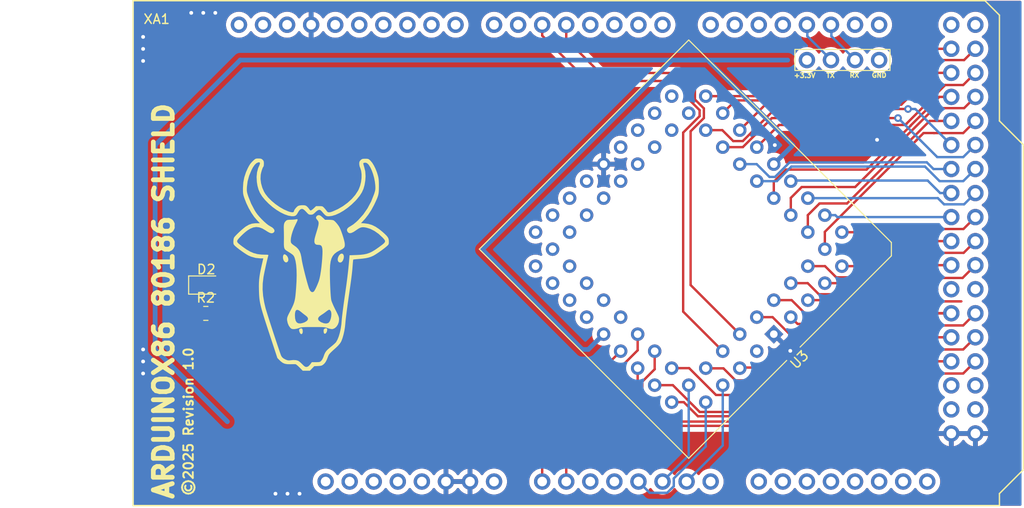
<source format=kicad_pcb>
(kicad_pcb (version 20241229) (generator "pcbnew") (generator_version "9.0")
  (title_block (title "Arduino8088") (date "2024-05-07") (rev "1.1"))
  (layers (0 "F.Cu" signal) (2 "B.Cu" signal) (13 "F.Paste" user) (15 "B.Paste" user) (5 "F.SilkS" user "F.Silkscreen") (7 "B.SilkS" user "B.Silkscreen") (1 "F.Mask" user) (3 "B.Mask" user) (25 "Edge.Cuts" user))
  (net 0 "")
  (net 13 "Net-(D2-A)")
  (net 14 "/~{BHE}")
  (net 19 "GND")
  (net 20 "+5V")
  (net 21 "/A14")
  (net 22 "/A13")
  (net 23 "/A12")
  (net 24 "/A11")
  (net 25 "/A10")
  (net 26 "/A9")
  (net 27 "/A8")
  (net 28 "/AD7")
  (net 29 "/AD6")
  (net 30 "/AD5")
  (net 31 "/AD4")
  (net 32 "/AD3")
  (net 33 "/AD2")
  (net 34 "/AD1")
  (net 35 "/AD0")
  (net 36 "/~{TEST}")
  (net 37 "/INTR")
  (net 38 "/CLK")
  (net 39 "/~{LOCK}")
  (net 40 "/~{RD}")
  (net 41 "/A19")
  (net 42 "/A18")
  (net 43 "/A17")
  (net 44 "/A16")
  (net 45 "/A15")
  (net 46 "/NMI")
  (net 47 "/~{RQ}{slash}~{GT1}")
  (net 48 "/ser0")
  (net 49 "/ser1")
  (net 50 "+3.3V")
  (net 56 "unconnected-(U3-HLDA-Pad51)")
  (net 81 "/~{S0}")
  (net 82 "/~{S1}")
  (net 83 "/~{S2}")
  (net 87 "QS0")
  (net 88 "~{RD}\\~{QSMD}")
  (net 89 "~{DEN}")
  (net 90 "DT{slash}~{R}")
  (net 91 "~{BHE}{slash}S7")
  (net 92 "RESET")
  (net 93 "QS1")
  (net 95 "READY")
  (net 100 "CLKOUT")
  (net 101 "AREADY")
  (net 102 "X2")
  (net 103 "SREADY")
  (net 104 "HOLD")
  (footprint "LED_SMD:LED_0805_2012Metric_Pad1.15x1.40mm_HandSolder" (layer "F.Cu") (at 104.455 93.525)
    (property "Reference" "D2" (at 0 -1.65 0) (layer "F.SilkS"))
    (property "Value" "LED")
    (pad "1" smd roundrect (at -1.025 0) (size 1.15 1.4) (layers "F.Cu" "F.Mask" "F.Paste") (roundrect_rratio 0.217391) (net 19 "GND"))
    (pad "2" smd roundrect (at 1.025 0) (size 1.15 1.4) (layers "F.Cu" "F.Mask" "F.Paste") (roundrect_rratio 0.217391) (net 13 "Net-(D2-A)"))
  )
  (footprint "plcc:PLCC-68_286-THT-Socket" (layer "F.Cu") (at 164.356051 98.714461 -135)
    (property "Reference" "U3" (at 0 -3.824999 45) (layer "F.SilkS"))
    (property "Value" "80186")
    (pad "1" thru_hole circle (at -12.7 2.54 225) (size 1.4224 1.4224) (drill 0.8) (layers "*.Cu" "*.Mask") (net 45 "/A15"))
    (pad "2" thru_hole circle (at -10.16 2.54 225) (size 1.4224 1.4224) (drill 0.8) (layers "*.Cu" "*.Mask") (net 28 "/AD7"))
    (pad "3" thru_hole circle (at -12.700001 5.08 225) (size 1.4224 1.4224) (drill 0.8) (layers "*.Cu" "*.Mask") (net 21 "/A14"))
    (pad "4" thru_hole circle (at -10.159999 5.08 225) (size 1.4224 1.4224) (drill 0.8) (layers "*.Cu" "*.Mask") (net 29 "/AD6"))
    (pad "5" thru_hole circle (at -12.7 7.62 225) (size 1.4224 1.4224) (drill 0.8) (layers "*.Cu" "*.Mask") (net 22 "/A13"))
    (pad "6" thru_hole circle (at -10.16 7.62 225) (size 1.4224 1.4224) (drill 0.8) (layers "*.Cu" "*.Mask") (net 30 "/AD5"))
    (pad "7" thru_hole circle (at -12.7 10.16 225) (size 1.4224 1.4224) (drill 0.8) (layers "*.Cu" "*.Mask") (net 23 "/A12"))
    (pad "8" thru_hole circle (at -10.16 10.16 225) (size 1.4224 1.4224) (drill 0.8) (layers "*.Cu" "*.Mask") (net 31 "/AD4"))
    (pad "9" thru_hole circle (at -12.7 12.7 225) (size 1.4224 1.4224) (drill 0.8) (layers "*.Cu" "*.Mask") (net 50 "+3.3V"))
    (pad "10" thru_hole circle (at -10.16 12.7 225) (size 1.4224 1.4224) (drill 0.8) (layers "*.Cu" "*.Mask") (net 24 "/A11"))
    (pad "11" thru_hole circle (at -12.7 15.24 225) (size 1.4224 1.4224) (drill 0.8) (layers "*.Cu" "*.Mask") (net 32 "/AD3"))
    (pad "12" thru_hole circle (at -10.16 15.24 225) (size 1.4224 1.4224) (drill 0.8) (layers "*.Cu" "*.Mask") (net 25 "/A10"))
    (pad "13" thru_hole circle (at -12.700001 17.78 225) (size 1.4224 1.4224) (drill 0.8) (layers "*.Cu" "*.Mask") (net 33 "/AD2"))
    (pad "14" thru_hole circle (at -10.159999 17.78 225) (size 1.4224 1.4224) (drill 0.8) (layers "*.Cu" "*.Mask") (net 26 "/A9"))
    (pad "15" thru_hole circle (at -12.7 20.32 225) (size 1.4224 1.4224) (drill 0.8) (layers "*.Cu" "*.Mask") (net 34 "/AD1"))
    (pad "16" thru_hole circle (at -10.16 20.32 225) (size 1.4224 1.4224) (drill 0.8) (layers "*.Cu" "*.Mask") (net 27 "/A8"))
    (pad "17" thru_hole circle (at -12.7 22.86 225) (size 1.4224 1.4224) (drill 0.8) (layers "*.Cu" "*.Mask") (net 35 "/AD0"))
    (pad "18" thru_hole circle (at -10.16 25.4 225) (size 1.4224 1.4224) (drill 0.8) (layers "*.Cu" "*.Mask"))
    (pad "19" thru_hole circle (at -10.16 22.86 225) (size 1.4224 1.4224) (drill 0.8) (layers "*.Cu" "*.Mask"))
    (pad "20" thru_hole circle (at -7.62 25.4 225) (size 1.4224 1.4224) (drill 0.8) (layers "*.Cu" "*.Mask"))
    (pad "21" thru_hole circle (at -7.62 22.86 225) (size 1.4224 1.4224) (drill 0.8) (layers "*.Cu" "*.Mask"))
    (pad "22" thru_hole circle (at -5.08 25.4 225) (size 1.4224 1.4224) (drill 0.8) (layers "*.Cu" "*.Mask"))
    (pad "23" thru_hole circle (at -5.079999 22.86 225) (size 1.4224 1.4224) (drill 0.8) (layers "*.Cu" "*.Mask"))
    (pad "24" thru_hole circle (at -2.54 25.4 225) (size 1.4224 1.4224) (drill 0.8) (layers "*.Cu" "*.Mask"))
    (pad "25" thru_hole circle (at -2.54 22.86 225) (size 1.4224 1.4224) (drill 0.8) (layers "*.Cu" "*.Mask"))
    (pad "26" thru_hole circle (at 0 25.4 225) (size 1.4224 1.4224) (drill 0.8) (layers "*.Cu" "*.Mask") (net 19 "GND"))
    (pad "27" thru_hole circle (at 0 22.86 225) (size 1.4224 1.4224) (drill 0.8) (layers "*.Cu" "*.Mask"))
    (pad "28" thru_hole circle (at 2.54 25.4 225) (size 1.4224 1.4224) (drill 0.8) (layers "*.Cu" "*.Mask"))
    (pad "29" thru_hole circle (at 2.54 22.86 225) (size 1.4224 1.4224) (drill 0.8) (layers "*.Cu" "*.Mask"))
    (pad "30" thru_hole circle (at 5.08 25.4 225) (size 1.4224 1.4224) (drill 0.8) (layers "*.Cu" "*.Mask"))
    (pad "31" thru_hole circle (at 5.079999 22.86 225) (size 1.4224 1.4224) (drill 0.8) (layers "*.Cu" "*.Mask"))
    (pad "32" thru_hole circle (at 7.62 25.4 225) (size 1.4224 1.4224) (drill 0.8) (layers "*.Cu" "*.Mask"))
    (pad "33" thru_hole circle (at 7.62 22.86 225) (size 1.4224 1.4224) (drill 0.8) (layers "*.Cu" "*.Mask"))
    (pad "34" thru_hole circle (at 10.16 25.4 225) (size 1.4224 1.4224) (drill 0.8) (layers "*.Cu" "*.Mask"))
    (pad "35" thru_hole circle (at 12.7 22.86 225) (size 1.4224 1.4224) (drill 0.8) (layers "*.Cu" "*.Mask"))
    (pad "36" thru_hole circle (at 10.16 22.86 225) (size 1.4224 1.4224) (drill 0.8) (layers "*.Cu" "*.Mask"))
    (pad "37" thru_hole circle (at 12.7 20.32 225) (size 1.4224 1.4224) (drill 0.8) (layers "*.Cu" "*.Mask"))
    (pad "38" thru_hole circle (at 10.16 20.32 225) (size 1.4224 1.4224) (drill 0.8) (layers "*.Cu" "*.Mask"))
    (pad "39" thru_hole circle (at 12.700001 17.78 225) (size 1.4224 1.4224) (drill 0.8) (layers "*.Cu" "*.Mask") (net 89 "~{DEN}"))
    (pad "40" thru_hole circle (at 10.159999 17.78 225) (size 1.4224 1.4224) (drill 0.8) (layers "*.Cu" "*.Mask") (net 90 "DT{slash}~{R}"))
    (pad "41" thru_hole circle (at 12.7 15.24 225) (size 1.4224 1.4224) (drill 0.8) (layers "*.Cu" "*.Mask"))
    (pad "42" thru_hole circle (at 10.16 15.24 225) (size 1.4224 1.4224) (drill 0.8) (layers "*.Cu" "*.Mask"))
    (pad "43" thru_hole circle (at 12.7 12.7 225) (size 1.4224 1.4224) (drill 0.8) (layers "*.Cu" "*.Mask") (net 50 "+3.3V"))
    (pad "44" thru_hole circle (at 10.16 12.7 225) (size 1.4224 1.4224) (drill 0.8) (layers "*.Cu" "*.Mask"))
    (pad "45" thru_hole circle (at 12.7 10.16 225) (size 1.4224 1.4224) (drill 0.8) (layers "*.Cu" "*.Mask") (net 37 "/INTR"))
    (pad "46" thru_hole circle (at 10.16 10.16 225) (size 1.4224 1.4224) (drill 0.8) (layers "*.Cu" "*.Mask") (net 46 "/NMI"))
    (pad "47" thru_hole circle (at 12.7 7.62 225) (size 1.4224 1.4224) (drill 0.8) (layers "*.Cu" "*.Mask") (net 36 "/~{TEST}"))
    (pad "48" thru_hole circle (at 10.16 7.62 225) (size 1.4224 1.4224) (drill 0.8) (layers "*.Cu" "*.Mask") (net 39 "/~{LOCK}"))
    (pad "49" thru_hole circle (at 12.700001 5.08 225) (size 1.4224 1.4224) (drill 0.8) (layers "*.Cu" "*.Mask") (net 103 "SREADY"))
    (pad "50" thru_hole circle (at 10.159999 5.08 225) (size 1.4224 1.4224) (drill 0.8) (layers "*.Cu" "*.Mask") (net 104 "HOLD"))
    (pad "51" thru_hole circle (at 12.7 2.54 225) (size 1.4224 1.4224) (drill 0.8) (layers "*.Cu" "*.Mask") (net 56 "unconnected-(U3-HLDA-Pad51)"))
    (pad "52" thru_hole circle (at 10.16 0 225) (size 1.4224 1.4224) (drill 0.8) (layers "*.Cu" "*.Mask") (net 81 "/~{S0}"))
    (pad "53" thru_hole circle (at 10.16 2.54 225) (size 1.4224 1.4224) (drill 0.8) (layers "*.Cu" "*.Mask") (net 82 "/~{S1}"))
    (pad "54" thru_hole circle (at 7.62 0 225) (size 1.4224 1.4224) (drill 0.8) (layers "*.Cu" "*.Mask") (net 83 "/~{S2}"))
    (pad "55" thru_hole circle (at 7.62 2.54 225) (size 1.4224 1.4224) (drill 0.8) (layers "*.Cu" "*.Mask") (net 101 "AREADY"))
    (pad "56" thru_hole circle (at 5.079999 0 225) (size 1.4224 1.4224) (drill 0.8) (layers "*.Cu" "*.Mask") (net 100 "CLKOUT"))
    (pad "57" thru_hole circle (at 5.08 2.54 225) (size 1.4224 1.4224) (drill 0.8) (layers "*.Cu" "*.Mask") (net 92 "RESET"))
    (pad "58" thru_hole circle (at 2.54 0 225) (size 1.4224 1.4224) (drill 0.8) (layers "*.Cu" "*.Mask") (net 102 "X2"))
    (pad "59" thru_hole circle (at 2.54 2.54 225) (size 1.4224 1.4224) (drill 0.8) (layers "*.Cu" "*.Mask") (net 38 "/CLK"))
    (pad "60" thru_hole rect (at 0 0 225) (size 1.4224 1.4224) (drill 0.8) (layers "*.Cu" "*.Mask") (net 19 "GND"))
    (pad "61" thru_hole circle (at 0 2.54 225) (size 1.4224 1.4224) (drill 0.8) (layers "*.Cu" "*.Mask") (net 87 "QS0"))
    (pad "62" thru_hole circle (at -2.54 0 225) (size 1.4224 1.4224) (drill 0.8) (layers "*.Cu" "*.Mask") (net 88 "~{RD}\\~{QSMD}"))
    (pad "63" thru_hole circle (at -2.54 2.54 225) (size 1.4224 1.4224) (drill 0.8) (layers "*.Cu" "*.Mask") (net 93 "QS1"))
    (pad "64" thru_hole circle (at -5.079999 0 225) (size 1.4224 1.4224) (drill 0.8) (layers "*.Cu" "*.Mask") (net 91 "~{BHE}{slash}S7"))
    (pad "65" thru_hole circle (at -5.08 2.54 225) (size 1.4224 1.4224) (drill 0.8) (layers "*.Cu" "*.Mask") (net 41 "/A19"))
    (pad "66" thru_hole circle (at -7.62 0 225) (size 1.4224 1.4224) (drill 0.8) (layers "*.Cu" "*.Mask") (net 42 "/A18"))
    (pad "67" thru_hole circle (at -7.62 2.54 225) (size 1.4224 1.4224) (drill 0.8) (layers "*.Cu" "*.Mask") (net 43 "/A17"))
    (pad "68" thru_hole circle (at -10.16 0 225) (size 1.4224 1.4224) (drill 0.8) (layers "*.Cu" "*.Mask") (net 44 "/A16"))
  )
  (footprint "Resistor_SMD:R_0805_2012Metric_Pad1.20x1.40mm_HandSolder" (layer "F.Cu") (at 104.41 96.52)
    (property "Reference" "R2" (at 0 -1.65 0) (layer "F.SilkS"))
    (property "Value" "750Ω")
    (pad "1" smd roundrect (at -1 0) (size 1.2 1.4) (layers "F.Cu" "F.Mask" "F.Paste") (roundrect_rratio 0.208333) (net 50 "+3.3V"))
    (pad "2" smd roundrect (at 1 0) (size 1.2 1.4) (layers "F.Cu" "F.Mask" "F.Paste") (roundrect_rratio 0.208333) (net 13 "Net-(D2-A)"))
  )
  (footprint "cow:cow" (layer "F.Cu") (at 115.57 91.44)
    (property "Reference" "G***" (hide yes))
    (property "Value" "LOGO" (hide yes))
  )
  (footprint "Arduino_Library:Arduino_Mega2560_Shield" (layer "F.Cu") (at 89.110872 116.825641)
    (property "Reference" "XA1" (at 10.115002 -51.394226 0) (layer "F.SilkS"))
    (property "Value" "Arduino_Mega2560_Shield" (hide yes))
    (fp_text user "RX" (at 83.751248 -45.467912 0) (layer "F.SilkS") (effects (font (size 0.5 0.5) (thickness 0.125))))
    (fp_text user "TX" (at 81.230376 -45.444995 0) (layer "F.SilkS") (effects (font (size 0.5 0.5) (thickness 0.125))))
    (fp_text user "+3.3V" (at 78.503251 -45.444995 0) (layer "F.SilkS") (effects (font (size 0.5 0.5) (thickness 0.125))))
    (fp_text user "GND" (at 86.363789 -45.467912 0) (layer "F.SilkS") (effects (font (size 0.5 0.5) (thickness 0.125))))
    (pad "" thru_hole oval (at 27.94 -2.54) (size 1.7272 1.7272) (drill 1.016) (layers "*.Cu" "*.Mask"))
    (pad "3V3" thru_hole oval (at 35.56 -2.54) (size 1.7272 1.7272) (drill 1.016) (layers "*.Cu" "*.Mask") (net 50 "+3.3V"))
    (pad "5V1" thru_hole oval (at 38.1 -2.54) (size 1.7272 1.7272) (drill 1.016) (layers "*.Cu" "*.Mask"))
    (pad "5V3" thru_hole oval (at 93.98 -50.8) (size 1.7272 1.7272) (drill 1.016) (layers "*.Cu" "*.Mask") (net 20 "+5V"))
    (pad "5V4" thru_hole oval (at 96.52 -50.8) (size 1.7272 1.7272) (drill 1.016) (layers "*.Cu" "*.Mask") (net 20 "+5V"))
    (pad "A0" thru_hole oval (at 50.8 -2.54) (size 1.7272 1.7272) (drill 1.016) (layers "*.Cu" "*.Mask") (net 37 "/INTR"))
    (pad "A1" thru_hole oval (at 53.34 -2.54) (size 1.7272 1.7272) (drill 1.016) (layers "*.Cu" "*.Mask") (net 46 "/NMI"))
    (pad "A2" thru_hole oval (at 55.88 -2.54) (size 1.7272 1.7272) (drill 1.016) (layers "*.Cu" "*.Mask"))
    (pad "A3" thru_hole oval (at 58.42 -2.54) (size 1.7272 1.7272) (drill 1.016) (layers "*.Cu" "*.Mask"))
    (pad "A4" thru_hole oval (at 60.96 -2.54) (size 1.7272 1.7272) (drill 1.016) (layers "*.Cu" "*.Mask") (net 81 "/~{S0}"))
    (pad "A5" thru_hole oval (at 63.5 -2.54) (size 1.7272 1.7272) (drill 1.016) (layers "*.Cu" "*.Mask") (net 82 "/~{S1}"))
    (pad "A6" thru_hole oval (at 66.04 -2.54) (size 1.7272 1.7272) (drill 1.016) (layers "*.Cu" "*.Mask") (net 83 "/~{S2}"))
    (pad "A7" thru_hole oval (at 68.58 -2.54) (size 1.7272 1.7272) (drill 1.016) (layers "*.Cu" "*.Mask"))
    (pad "A8" thru_hole oval (at 73.66 -2.54) (size 1.7272 1.7272) (drill 1.016) (layers "*.Cu" "*.Mask"))
    (pad "A9" thru_hole oval (at 76.2 -2.54) (size 1.7272 1.7272) (drill 1.016) (layers "*.Cu" "*.Mask"))
    (pad "A10" thru_hole oval (at 78.74 -2.54) (size 1.7272 1.7272) (drill 1.016) (layers "*.Cu" "*.Mask"))
    (pad "A11" thru_hole oval (at 81.28 -2.54) (size 1.7272 1.7272) (drill 1.016) (layers "*.Cu" "*.Mask"))
    (pad "A12" thru_hole oval (at 83.82 -2.54) (size 1.7272 1.7272) (drill 1.016) (layers "*.Cu" "*.Mask"))
    (pad "A13" thru_hole oval (at 86.36 -2.54) (size 1.7272 1.7272) (drill 1.016) (layers "*.Cu" "*.Mask"))
    (pad "A14" thru_hole oval (at 88.9 -2.54) (size 1.7272 1.7272) (drill 1.016) (layers "*.Cu" "*.Mask"))
    (pad "A15" thru_hole oval (at 91.44 -2.54) (size 1.7272 1.7272) (drill 1.016) (layers "*.Cu" "*.Mask"))
    (pad "AREF" thru_hole oval (at 23.876 -50.8) (size 1.7272 1.7272) (drill 1.016) (layers "*.Cu" "*.Mask"))
    (pad "D0" thru_hole oval (at 63.5 -50.8) (size 1.7272 1.7272) (drill 1.016) (layers "*.Cu" "*.Mask"))
    (pad "D1" thru_hole oval (at 60.96 -50.8) (size 1.7272 1.7272) (drill 1.016) (layers "*.Cu" "*.Mask"))
    (pad "D2" thru_hole oval (at 58.42 -50.8) (size 1.7272 1.7272) (drill 1.016) (layers "*.Cu" "*.Mask"))
    (pad "D3" thru_hole oval (at 55.88 -50.8) (size 1.7272 1.7272) (drill 1.016) (layers "*.Cu" "*.Mask") (net 47 "/~{RQ}{slash}~{GT1}"))
    (pad "D4" thru_hole oval (at 53.34 -50.8) (size 1.7272 1.7272) (drill 1.016) (layers "*.Cu" "*.Mask") (net 38 "/CLK"))
    (pad "D5" thru_hole oval (at 50.8 -50.8) (size 1.7272 1.7272) (drill 1.016) (layers "*.Cu" "*.Mask") (net 92 "RESET"))
    (pad "D6" thru_hole oval (at 48.26 -50.8) (size 1.7272 1.7272) (drill 1.016) (layers "*.Cu" "*.Mask") (net 95 "READY"))
    (pad "D7" thru_hole oval (at 45.72 -50.8) (size 1.7272 1.7272) (drill 1.016) (layers "*.Cu" "*.Mask") (net 36 "/~{TEST}"))
    (pad "D8" thru_hole oval (at 41.656 -50.8) (size 1.7272 1.7272) (drill 1.016) (layers "*.Cu" "*.Mask") (net 87 "QS0"))
    (pad "D9" thru_hole oval (at 39.116 -50.8) (size 1.7272 1.7272) (drill 1.016) (layers "*.Cu" "*.Mask") (net 93 "QS1"))
    (pad "D10" thru_hole oval (at 36.576 -50.8) (size 1.7272 1.7272) (drill 1.016) (layers "*.Cu" "*.Mask") (net 39 "/~{LOCK}"))
    (pad "D11" thru_hole oval (at 34.036 -50.8) (size 1.7272 1.7272) (drill 1.016) (layers "*.Cu" "*.Mask") (net 40 "/~{RD}"))
    (pad "D12" thru_hole oval (at 31.496 -50.8) (size 1.7272 1.7272) (drill 1.016) (layers "*.Cu" "*.Mask") (net 37 "/INTR"))
    (pad "D13" thru_hole oval (at 28.956 -50.8) (size 1.7272 1.7272) (drill 1.016) (layers "*.Cu" "*.Mask") (net 46 "/NMI"))
    (pad "D14" thru_hole oval (at 68.58 -50.8) (size 1.7272 1.7272) (drill 1.016) (layers "*.Cu" "*.Mask"))
    (pad "D15" thru_hole oval (at 71.12 -50.8) (size 1.7272 1.7272) (drill 1.016) (layers "*.Cu" "*.Mask"))
    (pad "D16" thru_hole oval (at 73.66 -50.8) (size 1.7272 1.7272) (drill 1.016) (layers "*.Cu" "*.Mask"))
    (pad "D17" thru_hole oval (at 76.2 -50.8) (size 1.7272 1.7272) (drill 1.016) (layers "*.Cu" "*.Mask") (net 14 "/~{BHE}"))
    (pad "D18" thru_hole oval (at 78.74 -50.8) (size 1.7272 1.7272) (drill 1.016) (layers "*.Cu" "*.Mask") (net 48 "/ser0"))
    (pad "D19" thru_hole oval (at 81.28 -50.8) (size 1.7272 1.7272) (drill 1.016) (layers "*.Cu" "*.Mask") (net 49 "/ser1"))
    (pad "D20" thru_hole oval (at 83.82 -50.8) (size 1.7272 1.7272) (drill 1.016) (layers "*.Cu" "*.Mask"))
    (pad "D21" thru_hole oval (at 86.36 -50.8) (size 1.7272 1.7272) (drill 1.016) (layers "*.Cu" "*.Mask"))
    (pad "D22" thru_hole oval (at 93.98 -48.26) (size 1.7272 1.7272) (drill 1.016) (layers "*.Cu" "*.Mask") (net 35 "/AD0"))
    (pad "D23" thru_hole oval (at 96.52 -48.26) (size 1.7272 1.7272) (drill 1.016) (layers "*.Cu" "*.Mask") (net 34 "/AD1"))
    (pad "D24" thru_hole oval (at 93.98 -45.72) (size 1.7272 1.7272) (drill 1.016) (layers "*.Cu" "*.Mask") (net 33 "/AD2"))
    (pad "D25" thru_hole oval (at 96.52 -45.72) (size 1.7272 1.7272) (drill 1.016) (layers "*.Cu" "*.Mask") (net 32 "/AD3"))
    (pad "D26" thru_hole oval (at 93.98 -43.18) (size 1.7272 1.7272) (drill 1.016) (layers "*.Cu" "*.Mask") (net 31 "/AD4"))
    (pad "D27" thru_hole oval (at 96.52 -43.18) (size 1.7272 1.7272) (drill 1.016) (layers "*.Cu" "*.Mask") (net 30 "/AD5"))
    (pad "D28" thru_hole oval (at 93.98 -40.64) (size 1.7272 1.7272) (drill 1.016) (layers "*.Cu" "*.Mask") (net 29 "/AD6"))
    (pad "D29" thru_hole oval (at 96.52 -40.64) (size 1.7272 1.7272) (drill 1.016) (layers "*.Cu" "*.Mask") (net 28 "/AD7"))
    (pad "D30" thru_hole oval (at 93.98 -38.1) (size 1.7272 1.7272) (drill 1.016) (layers "*.Cu" "*.Mask") (net 27 "/A8"))
    (pad "D31" thru_hole oval (at 96.52 -38.1) (size 1.7272 1.7272) (drill 1.016) (layers "*.Cu" "*.Mask") (net 26 "/A9"))
    (pad "D32" thru_hole oval (at 93.98 -35.56) (size 1.7272 1.7272) (drill 1.016) (layers "*.Cu" "*.Mask") (net 25 "/A10"))
    (pad "D33" thru_hole oval (at 96.52 -35.56) (size 1.7272 1.7272) (drill 1.016) (layers "*.Cu" "*.Mask") (net 24 "/A11"))
    (pad "D34" thru_hole oval (at 93.98 -33.02) (size 1.7272 1.7272) (drill 1.016) (layers "*.Cu" "*.Mask") (net 23 "/A12"))
    (pad "D35" thru_hole oval (at 96.52 -33.02) (size 1.7272 1.7272) (drill 1.016) (layers "*.Cu" "*.Mask") (net 22 "/A13"))
    (pad "D36" thru_hole oval (at 93.98 -30.48) (size 1.7272 1.7272) (drill 1.016) (layers "*.Cu" "*.Mask") (net 21 "/A14"))
    (pad "D37" thru_hole oval (at 96.52 -30.48) (size 1.7272 1.7272) (drill 1.016) (layers "*.Cu" "*.Mask") (net 45 "/A15"))
    (pad "D38" thru_hole oval (at 93.98 -27.94) (size 1.7272 1.7272) (drill 1.016) (layers "*.Cu" "*.Mask") (net 44 "/A16"))
    (pad "D39" thru_hole oval (at 96.52 -27.94) (size 1.7272 1.7272) (drill 1.016) (layers "*.Cu" "*.Mask") (net 43 "/A17"))
    (pad "D40" thru_hole oval (at 93.98 -25.4) (size 1.7272 1.7272) (drill 1.016) (layers "*.Cu" "*.Mask") (net 42 "/A18"))
    (pad "D41" thru_hole oval (at 96.52 -25.4) (size 1.7272 1.7272) (drill 1.016) (layers "*.Cu" "*.Mask") (net 41 "/A19"))
    (pad "D42" thru_hole oval (at 93.98 -22.86) (size 1.7272 1.7272) (drill 1.016) (layers "*.Cu" "*.Mask") (net 91 "~{BHE}{slash}S7"))
    (pad "D43" thru_hole oval (at 96.52 -22.86) (size 1.7272 1.7272) (drill 1.016) (layers "*.Cu" "*.Mask") (net 93 "QS1"))
    (pad "D44" thru_hole oval (at 93.98 -20.32) (size 1.7272 1.7272) (drill 1.016) (layers "*.Cu" "*.Mask") (net 88 "~{RD}\\~{QSMD}"))
    (pad "D45" thru_hole oval (at 96.52 -20.32) (size 1.7272 1.7272) (drill 1.016) (layers "*.Cu" "*.Mask") (net 87 "QS0"))
    (pad "D46" thru_hole oval (at 93.98 -17.78) (size 1.7272 1.7272) (drill 1.016) (layers "*.Cu" "*.Mask") (net 100 "CLKOUT"))
    (pad "D47" thru_hole oval (at 96.52 -17.78) (size 1.7272 1.7272) (drill 1.016) (layers "*.Cu" "*.Mask") (net 101 "AREADY"))
    (pad "D48" thru_hole oval (at 93.98 -15.24) (size 1.7272 1.7272) (drill 1.016) (layers "*.Cu" "*.Mask") (net 104 "HOLD"))
    (pad "D49" thru_hole oval (at 96.52 -15.24) (size 1.7272 1.7272) (drill 1.016) (layers "*.Cu" "*.Mask") (net 103 "SREADY"))
    (pad "D50" thru_hole oval (at 93.98 -12.7) (size 1.7272 1.7272) (drill 1.016) (layers "*.Cu" "*.Mask"))
    (pad "D51" thru_hole oval (at 96.52 -12.7) (size 1.7272 1.7272) (drill 1.016) (layers "*.Cu" "*.Mask"))
    (pad "D52" thru_hole oval (at 93.98 -10.16) (size 1.7272 1.7272) (drill 1.016) (layers "*.Cu" "*.Mask"))
    (pad "D53" thru_hole oval (at 96.52 -10.16) (size 1.7272 1.7272) (drill 1.016) (layers "*.Cu" "*.Mask"))
    (pad "GND1" thru_hole oval (at 26.416 -50.8) (size 1.7272 1.7272) (drill 1.016) (layers "*.Cu" "*.Mask") (net 19 "GND"))
    (pad "GND2" thru_hole oval (at 40.64 -2.54) (size 1.7272 1.7272) (drill 1.016) (layers "*.Cu" "*.Mask") (net 19 "GND"))
    (pad "GND3" thru_hole oval (at 43.18 -2.54) (size 1.7272 1.7272) (drill 1.016) (layers "*.Cu" "*.Mask") (net 19 "GND"))
    (pad "GND5" thru_hole oval (at 93.98 -7.62) (size 1.7272 1.7272) (drill 1.016) (layers "*.Cu" "*.Mask") (net 19 "GND"))
    (pad "GND6" thru_hole oval (at 96.52 -7.62) (size 1.7272 1.7272) (drill 1.016) (layers "*.Cu" "*.Mask") (net 19 "GND"))
    (pad "IORF" thru_hole oval (at 30.48 -2.54) (size 1.7272 1.7272) (drill 1.016) (layers "*.Cu" "*.Mask"))
    (pad "RST1" thru_hole oval (at 33.02 -2.54) (size 1.7272 1.7272) (drill 1.016) (layers "*.Cu" "*.Mask"))
    (pad "S0" thru_hole oval (at 78.74 -47.070777) (size 1.7272 1.7272) (drill 1.016) (layers "*.Cu" "*.Mask"))
    (pad "S1" thru_hole oval (at 81.28 -47.070777) (size 1.7272 1.7272) (drill 1.016) (layers "*.Cu" "*.Mask"))
    (pad "S2" thru_hole oval (at 83.82 -47.070777) (size 1.7272 1.7272) (drill 1.016) (layers "*.Cu" "*.Mask"))
    (pad "S3" thru_hole oval (at 86.36 -47.070777) (size 1.7272 1.7272) (drill 1.016) (layers "*.Cu" "*.Mask"))
    (pad "SCL" thru_hole oval (at 18.796 -50.8) (size 1.7272 1.7272) (drill 1.016) (layers "*.Cu" "*.Mask"))
    (pad "SDA" thru_hole oval (at 21.336 -50.8) (size 1.7272 1.7272) (drill 1.016) (layers "*.Cu" "*.Mask"))
    (pad "VIN" thru_hole oval (at 45.72 -2.54) (size 1.7272 1.7272) (drill 1.016) (layers "*.Cu" "*.Mask"))
  )
  (gr_text "©2025 Revision 1.0" (at 102.581434 107.95 90) (layer "F.SilkS") (effects (font (size 1 1) (thickness 0.2))))
  (gr_text "ARDUINOX86 80186 SHIELD" (at 99.968015 95.214564 90) (layer "F.SilkS") (effects (font (size 2 2) (thickness 0.5) (bold yes))))
  (segment (start 112.005 115.325) (end 111.76 115.57) (width 0.25) (layer "F.Cu") (net 19))
  (via (at 97.79 67.31) (size 0.8) (drill 0.4) (layers "F.Cu" "B.Cu") (net 19))
  (via (at 97.79 100.33) (size 0.8) (drill 0.4) (layers "F.Cu" "B.Cu") (net 19))
  (via (at 97.79 69.85) (size 0.8) (drill 0.4) (layers "F.Cu" "B.Cu") (net 19))
  (via (at 97.79 68.58) (size 0.8) (drill 0.4) (layers "F.Cu" "B.Cu") (net 19))
  (via (at 113.03 115.57) (size 0.8) (drill 0.4) (layers "F.Cu" "B.Cu") (net 19))
  (via (at 114.3 115.57) (size 0.8) (drill 0.4) (layers "F.Cu" "B.Cu") (net 19))
  (via (at 97.79 102.87) (size 0.8) (drill 0.4) (layers "F.Cu" "B.Cu") (net 19))
  (via (at 164.46265 78.739999) (size 0.8) (drill 0.4) (layers "F.Cu" "B.Cu") (net 19))
  (via (at 105.41 64.77) (size 0.8) (drill 0.4) (layers "F.Cu" "B.Cu") (net 19))
  (via (at 166.095976 100.476699) (size 0.8) (drill 0.4) (layers "F.Cu" "B.Cu") (net 19))
  (via (at 111.76 115.57) (size 0.8) (drill 0.4) (layers "F.Cu" "B.Cu") (net 19))
  (via (at 102.87 64.77) (size 0.8) (drill 0.4) (layers "F.Cu" "B.Cu") (net 19))
  (via (at 104.14 64.77) (size 0.8) (drill 0.4) (layers "F.Cu" "B.Cu") (net 19))
  (via (at 97.79 101.6) (size 0.8) (drill 0.4) (layers "F.Cu" "B.Cu") (net 19))
  (via (at 175.253648 78.180466) (size 0.8) (drill 0.4) (layers "F.Cu" "B.Cu") (net 19))
  (segment (start 171.055825 86.345641) (end 170.852286 86.142102) (width 0.25) (layer "B.Cu") (net 21))
  (segment (start 170.852286 86.142102) (end 169.744205 86.142102) (width 0.25) (layer "B.Cu") (net 21))
  (segment (start 183.090872 86.345641) (end 171.055825 86.345641) (width 0.25) (layer "B.Cu") (net 21))
  (segment (start 181.673723 84.346051) (end 182.322913 84.995241) (width 0.25) (layer "B.Cu") (net 22))
  (segment (start 184.441272 84.995241) (end 185.630872 83.805641) (width 0.25) (layer "B.Cu") (net 22))
  (segment (start 182.322913 84.995241) (end 184.441272 84.995241) (width 0.25) (layer "B.Cu") (net 22))
  (segment (start 167.948153 84.346051) (end 181.673723 84.346051) (width 0.25) (layer "B.Cu") (net 22))
  (segment (start 166.152102 82.55) (end 166.216751 82.485351) (width 0.25) (layer "B.Cu") (net 23))
  (segment (start 180.592373 82.485351) (end 181.911272 83.80425) (width 0.25) (layer "B.Cu") (net 23))
  (segment (start 183.089481 83.80425) (end 183.090872 83.805641) (width 0.25) (layer "B.Cu") (net 23))
  (segment (start 166.216751 82.485351) (end 180.592373 82.485351) (width 0.25) (layer "B.Cu") (net 23))
  (segment (start 181.911272 83.80425) (end 183.089481 83.80425) (width 0.25) (layer "B.Cu") (net 23))
  (segment (start 181.856022 82.55) (end 184.346513 82.55) (width 0.25) (layer "B.Cu") (net 24))
  (segment (start 164.673688 82.55) (end 166.213463 81.010225) (width 0.25) (layer "B.Cu") (net 24))
  (segment (start 162.56 82.55) (end 164.673688 82.55) (width 0.25) (layer "B.Cu") (net 24))
  (segment (start 166.213463 81.010225) (end 180.316247 81.010225) (width 0.25) (layer "B.Cu") (net 24))
  (segment (start 184.346513 82.55) (end 185.630872 81.265641) (width 0.25) (layer "B.Cu") (net 24))
  (segment (start 180.316247 81.010225) (end 181.856022 82.55) (width 0.25) (layer "B.Cu") (net 24))
  (segment (start 166.026653 80.559225) (end 180.503057 80.559225) (width 0.25) (layer "B.Cu") (net 25))
  (segment (start 163.894125 82.099) (end 164.486878 82.099) (width 0.25) (layer "B.Cu") (net 25))
  (segment (start 164.486878 82.099) (end 166.026653 80.559225) (width 0.25) (layer "B.Cu") (net 25))
  (segment (start 160.731525 80.770425) (end 160.748001 80.753949) (width 0.25) (layer "B.Cu") (net 25))
  (segment (start 180.503057 80.559225) (end 181.209473 81.265641) (width 0.25) (layer "B.Cu") (net 25))
  (segment (start 181.209473 81.265641) (end 183.090872 81.265641) (width 0.25) (layer "B.Cu") (net 25))
  (segment (start 162.549074 80.753949) (end 163.894125 82.099) (width 0.25) (layer "B.Cu") (net 25))
  (segment (start 160.748001 80.753949) (end 162.549074 80.753949) (width 0.25) (layer "B.Cu") (net 25))
  (segment (start 164.156084 75.884501) (end 161.082687 78.957898) (width 0.25) (layer "F.Cu") (net 26))
  (segment (start 161.082687 78.957898) (end 158.967897 78.957898) (width 0.25) (layer "F.Cu") (net 26))
  (segment (start 177.464982 75.884501) (end 164.156084 75.884501) (width 0.25) (layer "F.Cu") (net 26))
  (via (at 177.464982 75.884501) (size 0.8) (drill 0.4) (layers "F.Cu" "B.Cu") (net 26))
  (segment (start 177.484501 75.884501) (end 181.61 80.01) (width 0.25) (layer "B.Cu") (net 26))
  (segment (start 184.346513 80.01) (end 185.630872 78.725641) (width 0.25) (layer "B.Cu") (net 26))
  (segment (start 177.464982 75.884501) (end 177.484501 75.884501) (width 0.25) (layer "B.Cu") (net 26))
  (segment (start 181.61 80.01) (end 184.346513 80.01) (width 0.25) (layer "B.Cu") (net 26))
  (segment (start 178.524098 74.925301) (end 164.474268 74.925301) (width 0.25) (layer "F.Cu") (net 27))
  (segment (start 158.921239 77.161846) (end 157.171846 77.161846) (width 0.25) (layer "F.Cu") (net 27))
  (segment (start 164.474268 74.925301) (end 161.085726 78.313843) (width 0.25) (layer "F.Cu") (net 27))
  (segment (start 160.073236 78.313843) (end 158.921239 77.161846) (width 0.25) (layer "F.Cu") (net 27))
  (segment (start 161.085726 78.313843) (end 160.073236 78.313843) (width 0.25) (layer "F.Cu") (net 27))
  (via (at 178.524098 74.925301) (size 0.8) (drill 0.4) (layers "F.Cu" "B.Cu") (net 27))
  (segment (start 183.090872 78.725641) (end 179.290532 74.925301) (width 0.25) (layer "B.Cu") (net 27))
  (segment (start 179.290532 74.925301) (end 178.524098 74.925301) (width 0.25) (layer "B.Cu") (net 27))
  (segment (start 181.261349 77.47) (end 181.25665 77.465301) (width 0.25) (layer "F.Cu") (net 28))
  (segment (start 179.423348 78.204413) (end 179.423348 78.224668) (width 0.25) (layer "F.Cu") (net 28))
  (segment (start 185.630872 76.185641) (end 184.346513 77.47) (width 0.25) (layer "F.Cu") (net 28))
  (segment (start 181.25665 77.465301) (end 180.16246 77.465301) (width 0.25) (layer "F.Cu") (net 28))
  (segment (start 169.744205 87.903811) (end 169.744205 89.734205) (width 0.25) (layer "F.Cu") (net 28))
  (segment (start 180.16246 77.465301) (end 179.423348 78.204413) (width 0.25) (layer "F.Cu") (net 28))
  (segment (start 184.346513 77.47) (end 181.261349 77.47) (width 0.25) (layer "F.Cu") (net 28))
  (segment (start 179.423348 78.224668) (end 169.744205 87.903811) (width 0.25) (layer "F.Cu") (net 28))
  (segment (start 185.630872 76.427702) (end 185.630872 76.185641) (width 0.25) (layer "F.Cu") (net 28))
  (segment (start 172.086153 84.903798) (end 180.80431 76.185641) (width 0.25) (layer "F.Cu") (net 29))
  (segment (start 167.948153 86.140713) (end 169.185068 84.903798) (width 0.25) (layer "F.Cu") (net 29))
  (segment (start 180.80431 76.185641) (end 183.090872 76.185641) (width 0.25) (layer "F.Cu") (net 29))
  (segment (start 169.185068 84.903798) (end 172.086153 84.903798) (width 0.25) (layer "F.Cu") (net 29))
  (segment (start 167.948153 87.938154) (end 167.948153 86.140713) (width 0.25) (layer "F.Cu") (net 29))
  (segment (start 166.054501 86.203012) (end 166.091192 86.203012) (width 0.25) (layer "F.Cu") (net 30))
  (segment (start 178.258885 77.8518) (end 178.275365 77.8518) (width 0.25) (layer "F.Cu") (net 30))
  (segment (start 166.152102 84.317664) (end 167.304518 83.165248) (width 0.25) (layer "F.Cu") (net 30))
  (segment (start 172.945437 83.165248) (end 178.258885 77.8518) (width 0.25) (layer "F.Cu") (net 30))
  (segment (start 178.275365 77.8518) (end 181.291924 74.835241) (width 0.25) (layer "F.Cu") (net 30))
  (segment (start 166.091192 86.203012) (end 166.152102 86.142102) (width 0.25) (layer "F.Cu") (net 30))
  (segment (start 184.441272 74.835241) (end 185.630872 73.645641) (width 0.25) (layer "F.Cu") (net 30))
  (segment (start 167.304518 83.165248) (end 172.945437 83.165248) (width 0.25) (layer "F.Cu") (net 30))
  (segment (start 166.152102 86.142102) (end 166.152102 84.317664) (width 0.25) (layer "F.Cu") (net 30))
  (segment (start 181.291924 74.835241) (end 184.441272 74.835241) (width 0.25) (layer "F.Cu") (net 30))
  (segment (start 178.072075 77.4008) (end 174.146093 81.326782) (width 0.25) (layer "F.Cu") (net 31))
  (segment (start 181.827234 73.645641) (end 178.821875 76.651) (width 0.25) (layer "F.Cu") (net 31))
  (segment (start 174.146093 81.326782) (end 165.640575 81.326782) (width 0.25) (layer "F.Cu") (net 31))
  (segment (start 178.821875 76.66748) (end 178.088555 77.4008) (width 0.25) (layer "F.Cu") (net 31))
  (segment (start 165.640575 81.326782) (end 164.356051 82.611306) (width 0.25) (layer "F.Cu") (net 31))
  (segment (start 178.088555 77.4008) (end 178.072075 77.4008) (width 0.25) (layer "F.Cu") (net 31))
  (segment (start 178.821875 76.651) (end 178.821875 76.66748) (width 0.25) (layer "F.Cu") (net 31))
  (segment (start 183.090872 73.645641) (end 181.827234 73.645641) (width 0.25) (layer "F.Cu") (net 31))
  (segment (start 164.356051 82.611306) (end 164.356051 84.346051) (width 0.25) (layer "F.Cu") (net 31))
  (segment (start 184.346513 72.39) (end 185.630872 71.105641) (width 0.25) (layer "F.Cu") (net 32))
  (segment (start 164.907397 76.610501) (end 178.241044 76.610501) (width 0.25) (layer "F.Cu") (net 32))
  (segment (start 178.370875 76.46419) (end 182.445065 72.39) (width 0.25) (layer "F.Cu") (net 32))
  (segment (start 178.241044 76.610501) (end 178.370875 76.48067) (width 0.25) (layer "F.Cu") (net 32))
  (segment (start 182.445065 72.39) (end 184.346513 72.39) (width 0.25) (layer "F.Cu") (net 32))
  (segment (start 162.56 78.957898) (end 164.907397 76.610501) (width 0.25) (layer "F.Cu") (net 32))
  (segment (start 178.370875 76.48067) (end 178.370875 76.46419) (width 0.25) (layer "F.Cu") (net 32))
  (segment (start 181.178679 71.105641) (end 183.090872 71.105641) (width 0.25) (layer "F.Cu") (net 33))
  (segment (start 163.454051 74.471744) (end 177.812576 74.471744) (width 0.25) (layer "F.Cu") (net 33))
  (segment (start 160.763949 77.161846) (end 163.454051 74.471744) (width 0.25) (layer "F.Cu") (net 33))
  (segment (start 177.812576 74.471744) (end 181.178679 71.105641) (width 0.25) (layer "F.Cu") (net 33))
  (segment (start 184.441272 69.755241) (end 185.630872 68.565641) (width 0.25) (layer "F.Cu") (net 34))
  (segment (start 177.625766 74.020744) (end 181.891269 69.755241) (width 0.25) (layer "F.Cu") (net 34))
  (segment (start 181.891269 69.755241) (end 184.441272 69.755241) (width 0.25) (layer "F.Cu") (net 34))
  (segment (start 160.312948 74.020744) (end 177.625766 74.020744) (width 0.25) (layer "F.Cu") (net 34))
  (segment (start 158.967897 75.365795) (end 160.312948 74.020744) (width 0.25) (layer "F.Cu") (net 34))
  (segment (start 181.611655 68.565641) (end 183.090872 68.565641) (width 0.25) (layer "F.Cu") (net 35))
  (segment (start 157.171846 73.569744) (end 176.607552 73.569744) (width 0.25) (layer "F.Cu") (net 35))
  (segment (start 176.607552 73.569744) (end 181.611655 68.565641) (width 0.25) (layer "F.Cu") (net 35))
  (segment (start 149.987641 102.306563) (end 149.987641 104.984924) (width 0.25) (layer "F.Cu") (net 36))
  (segment (start 149.987641 104.984924) (end 153.403717 108.401) (width 0.25) (layer "F.Cu") (net 36))
  (segment (start 153.403717 108.401) (end 166.93043 108.401) (width 0.25) (layer "F.Cu") (net 36))
  (segment (start 167.38143 107.95) (end 180.34 107.95) (width 0.25) (layer "F.Cu") (net 36))
  (segment (start 166.93043 108.401) (end 167.38143 107.95) (width 0.25) (layer "F.Cu") (net 36))
  (segment (start 139.910872 108.79123) (end 148.19159 100.510512) (width 0.25) (layer "F.Cu") (net 37))
  (segment (start 139.910872 114.285641) (end 139.910872 108.79123) (width 0.25) (layer "F.Cu") (net 37))
  (segment (start 156.032576 73.917943) (end 156.976498 74.861865) (width 0.25) (layer "F.Cu") (net 38))
  (segment (start 142.450872 67.556604) (end 146.014268 71.12) (width 0.25) (layer "F.Cu") (net 38))
  (segment (start 156.032576 72.842954) (end 156.032576 73.917943) (width 0.25) (layer "F.Cu") (net 38))
  (segment (start 155.575628 93.52614) (end 160.763949 98.714461) (width 0.25) (layer "F.Cu") (net 38))
  (segment (start 146.014268 71.12) (end 154.309622 71.12) (width 0.25) (layer "F.Cu") (net 38))
  (segment (start 142.450872 66.025641) (end 142.450872 67.556604) (width 0.25) (layer "F.Cu") (net 38))
  (segment (start 156.976498 75.882377) (end 155.575628 77.283247) (width 0.25) (layer "F.Cu") (net 38))
  (segment (start 154.309622 71.12) (end 156.032576 72.842954) (width 0.25) (layer "F.Cu") (net 38))
  (segment (start 156.976498 74.861865) (end 156.976498 75.882377) (width 0.25) (layer "F.Cu") (net 38))
  (segment (start 155.575628 77.283247) (end 155.575628 93.52614) (width 0.25) (layer "F.Cu") (net 38))
  (segment (start 150.4816 104.841073) (end 153.590527 107.95) (width 0.25) (layer "F.Cu") (net 39))
  (segment (start 150.4816 103.72035) (end 150.4816 104.841073) (width 0.25) (layer "F.Cu") (net 39))
  (segment (start 153.590527 107.95) (end 166.74362 107.95) (width 0.25) (layer "F.Cu") (net 39))
  (segment (start 166.74362 107.95) (end 168.01362 106.68) (width 0.25) (layer "F.Cu") (net 39))
  (segment (start 168.01362 106.68) (end 179.70219 106.68) (width 0.25) (layer "F.Cu") (net 39))
  (segment (start 151.783692 102.418258) (end 150.4816 103.72035) (width 0.25) (layer "F.Cu") (net 39))
  (segment (start 151.783692 100.510512) (end 151.783692 102.418258) (width 0.25) (layer "F.Cu") (net 39))
  (segment (start 167.936573 93.326307) (end 166.152102 93.326307) (width 0.25) (layer "F.Cu") (net 41))
  (segment (start 169.108928 94.498662) (end 167.936573 93.326307) (width 0.25) (layer "F.Cu") (net 41))
  (segment (start 185.630872 91.425641) (end 184.280472 92.776041) (width 0.25) (layer "F.Cu") (net 41))
  (segment (start 179.450868 92.776041) (end 177.728247 94.498662) (width 0.25) (layer "F.Cu") (net 41))
  (segment (start 177.728247 94.498662) (end 169.108928 94.498662) (width 0.25) (layer "F.Cu") (net 41))
  (segment (start 184.280472 92.776041) (end 179.450868 92.776041) (width 0.25) (layer "F.Cu") (net 41))
  (segment (start 169.744205 93.326307) (end 178.262792 93.326307) (width 0.25) (layer "F.Cu") (net 42))
  (segment (start 180.163458 91.425641) (end 183.090872 91.425641) (width 0.25) (layer "F.Cu") (net 42))
  (segment (start 178.262792 93.326307) (end 180.163458 91.425641) (width 0.25) (layer "F.Cu") (net 42))
  (segment (start 178.109607 92.71) (end 170.943755 92.71) (width 0.25) (layer "F.Cu") (net 43))
  (segment (start 184.395413 90.1211) (end 180.698507 90.1211) (width 0.25) (layer "F.Cu") (net 43))
  (segment (start 185.630872 88.885641) (end 184.395413 90.1211) (width 0.25) (layer "F.Cu") (net 43))
  (segment (start 170.943755 92.71) (end 169.764011 91.530256) (width 0.25) (layer "F.Cu") (net 43))
  (segment (start 169.764011 91.530256) (end 167.948153 91.530256) (width 0.25) (layer "F.Cu") (net 43))
  (segment (start 180.698507 90.1211) (end 178.109607 92.71) (width 0.25) (layer "F.Cu") (net 43))
  (segment (start 178.651541 91.530256) (end 181.296156 88.885641) (width 0.25) (layer "F.Cu") (net 44))
  (segment (start 171.540256 91.530256) (end 178.651541 91.530256) (width 0.25) (layer "F.Cu") (net 44))
  (segment (start 181.296156 88.885641) (end 183.090872 88.885641) (width 0.25) (layer "F.Cu") (net 44))
  (segment (start 182.061147 87.605782) (end 181.721431 87.945498) (width 0.25) (layer "F.Cu") (net 45))
  (segment (start 184.370731 87.605782) (end 182.061147 87.605782) (width 0.25) (layer "F.Cu") (net 45))
  (segment (start 181.721431 87.945498) (end 171.5476 87.945498) (width 0.25) (layer "F.Cu") (net 45))
  (segment (start 171.5476 87.945498) (end 171.540256 87.938154) (width 0.25) (layer "F.Cu") (net 45))
  (segment (start 185.630872 86.345641) (end 184.370731 87.605782) (width 0.25) (layer "F.Cu") (net 45))
  (segment (start 142.450872 107.954245) (end 149.987641 100.417476) (width 0.25) (layer "F.Cu") (net 46))
  (segment (start 149.987641 100.417476) (end 149.987641 98.714461) (width 0.25) (layer "F.Cu") (net 46))
  (segment (start 142.450872 114.285641) (end 142.450872 107.954245) (width 0.25) (layer "F.Cu") (net 46))
  (segment (start 170.434 69.769223) (end 167.894 67.229223) (width 0.25) (layer "B.Cu") (net 48))
  (segment (start 167.894 67.229223) (end 167.894 66.04) (width 0.25) (layer "B.Cu") (net 48))
  (segment (start 172.974 69.769223) (end 170.434 67.229223) (width 0.25) (layer "B.Cu") (net 49))
  (segment (start 170.434 67.229223) (end 170.434 66.04) (width 0.25) (layer "B.Cu") (net 49))
  (segment (start 155.419599 69.760075) (end 157.390075 69.760075) (width 0.5) (layer "B.Cu") (net 50))
  (segment (start 155.419599 69.760075) (end 165.820922 69.760075) (width 0.5) (layer "B.Cu") (net 50))
  (segment (start 133.591022 89.776718) (end 144.144304 100.33) (width 0.5) (layer "B.Cu") (net 50))
  (segment (start 99.06 100.33) (end 106.68 107.95) (width 0.5) (layer "B.Cu") (net 50))
  (segment (start 100.965 102.235) (end 106.68 107.95) (width 0.5) (layer "B.Cu") (net 50))
  (segment (start 166.37 78.74) (end 164.356051 80.753949) (width 0.5) (layer "B.Cu") (net 50))
  (segment (start 157.390075 69.760075) (end 166.37 78.74) (width 0.5) (layer "B.Cu") (net 50))
  (segment (start 153.67 69.760075) (end 153.607665 69.760075) (width 0.5) (layer "B.Cu") (net 50))
  (segment (start 99.06 78.74) (end 108.039925 69.760075) (width 0.5) (layer "B.Cu") (net 50))
  (segment (start 144.78 100.33) (end 146.395539 98.714461) (width 0.5) (layer "B.Cu") (net 50))
  (segment (start 153.607665 69.760075) (end 133.591022 89.776718) (width 0.5) (layer "B.Cu") (net 50))
  (segment (start 144.144304 100.33) (end 144.78 100.33) (width 0.5) (layer "B.Cu") (net 50))
  (segment (start 153.67 69.760075) (end 155.419599 69.760075) (width 0.5) (layer "B.Cu") (net 50))
  (segment (start 108.039925 69.760075) (end 153.67 69.760075) (width 0.5) (layer "B.Cu") (net 50))
  (segment (start 99.06 78.574) (end 99.06 78.74) (width 0.5) (layer "B.Cu") (net 50))
  (segment (start 99.06 78.74) (end 99.06 100.33) (width 0.5) (layer "B.Cu") (net 50))
  (segment (start 153.579744 105.898666) (end 154.858083 105.898666) (width 0.25) (layer "F.Cu") (net 56))
  (segment (start 154.858083 105.898666) (end 156.346283 107.386866) (width 0.25) (layer "F.Cu") (net 56))
  (segment (start 156.346283 107.386866) (end 166.300944 107.386866) (width 0.25) (layer "F.Cu") (net 56))
  (segment (start 168.27781 105.41) (end 181.61 105.41) (width 0.25) (layer "F.Cu") (net 56))
  (segment (start 166.300944 107.386866) (end 168.27781 105.41) (width 0.25) (layer "F.Cu") (net 56))
  (segment (start 151.260472 115.475241) (end 150.070872 114.285641) (width 0.25) (layer "B.Cu") (net 81))
  (segment (start 157.171846 105.898666) (end 157.171846 110.582318) (width 0.25) (layer "B.Cu") (net 81))
  (segment (start 153.800472 114.77839) (end 153.103621 115.475241) (width 0.25) (layer "B.Cu") (net 81))
  (segment (start 153.103621 115.475241) (end 151.260472 115.475241) (width 0.25) (layer "B.Cu") (net 81))
  (segment (start 157.171846 110.582318) (end 153.800472 113.953692) (width 0.25) (layer "B.Cu") (net 81))
  (segment (start 153.800472 113.953692) (end 153.800472 114.77839) (width 0.25) (layer "B.Cu") (net 81))
  (segment (start 155.375795 111.520718) (end 152.610872 114.285641) (width 0.25) (layer "B.Cu") (net 82))
  (segment (start 155.375795 104.102615) (end 155.375795 111.520718) (width 0.25) (layer "B.Cu") (net 82))
  (segment (start 158.967897 110.468616) (end 155.150872 114.285641) (width 0.25) (layer "B.Cu") (net 83))
  (segment (start 158.967897 104.102615) (end 158.967897 110.468616) (width 0.25) (layer "B.Cu") (net 83))
  (segment (start 184.346513 97.79) (end 185.630872 96.505641) (width 0.25) (layer "F.Cu") (net 87))
  (segment (start 164.22841 96.91841) (end 166.37 99.06) (width 0.25) (layer "F.Cu") (net 87))
  (segment (start 168.91 99.06) (end 170.18 97.79) (width 0.25) (layer "F.Cu") (net 87))
  (segment (start 166.37 99.06) (end 168.91 99.06) (width 0.25) (layer "F.Cu") (net 87))
  (segment (start 170.18 97.79) (end 184.346513 97.79) (width 0.25) (layer "F.Cu") (net 87))
  (segment (start 162.56 96.91841) (end 164.22841 96.91841) (width 0.25) (layer "F.Cu") (net 87))
  (segment (start 183.090872 96.505641) (end 180.354359 96.505641) (width 0.25) (layer "F.Cu") (net 88))
  (segment (start 166.863302 97.62961) (end 169.07039 97.62961) (width 0.25) (layer "F.Cu") (net 88))
  (segment (start 180.354359 96.505641) (end 180.34 96.52) (width 0.25) (layer "F.Cu") (net 88))
  (segment (start 169.07039 97.62961) (end 170.194359 96.505641) (width 0.25) (layer "F.Cu") (net 88))
  (segment (start 170.194359 96.505641) (end 183.090872 96.505641) (width 0.25) (layer "F.Cu") (net 88))
  (segment (start 166.152102 96.91841) (end 166.863302 97.62961) (width 0.25) (layer "F.Cu") (net 88))
  (segment (start 167.948153 95.122359) (end 177.927641 95.122359) (width 0.25) (layer "F.Cu") (net 91))
  (segment (start 179.07 93.98) (end 181.61 93.98) (width 0.25) (layer "F.Cu") (net 91))
  (segment (start 177.927641 95.122359) (end 179.07 93.98) (width 0.25) (layer "F.Cu") (net 91))
  (segment (start 154.789066 96.331681) (end 158.967897 100.510512) (width 0.25) (layer "F.Cu") (net 92))
  (segment (start 139.910872 66.025641) (end 139.910872 67.174649) (width 0.25) (layer "F.Cu") (net 92))
  (segment (start 144.699911 71.963688) (end 154.5155 71.963688) (width 0.25) (layer "F.Cu") (net 92))
  (segment (start 155.581576 74.104753) (end 156.525498 75.048675) (width 0.25) (layer "F.Cu") (net 92))
  (segment (start 155.581576 73.029764) (end 155.581576 74.104753) (width 0.25) (layer "F.Cu") (net 92))
  (segment (start 154.789066 77.421099) (end 154.789066 96.331681) (width 0.25) (layer "F.Cu") (net 92))
  (segment (start 156.525498 75.684667) (end 154.789066 77.421099) (width 0.25) (layer "F.Cu") (net 92))
  (segment (start 154.5155 71.963688) (end 155.581576 73.029764) (width 0.25) (layer "F.Cu") (net 92))
  (segment (start 156.525498 75.048675) (end 156.525498 75.684667) (width 0.25) (layer "F.Cu") (net 92))
  (segment (start 139.910872 67.174649) (end 144.699911 71.963688) (width 0.25) (layer "F.Cu") (net 92))
  (segment (start 166.242359 95.122359) (end 167.64 96.52) (width 0.25) (layer "F.Cu") (net 93))
  (segment (start 167.64 96.52) (end 169.233359 96.52) (width 0.25) (layer "F.Cu") (net 93))
  (segment (start 178.746641 95.573359) (end 179.07 95.25) (width 0.25) (layer "F.Cu") (net 93))
  (segment (start 179.07 95.25) (end 184.15 95.25) (width 0.25) (layer "F.Cu") (net 93))
  (segment (start 169.233359 96.52) (end 170.18 95.573359) (width 0.25) (layer "F.Cu") (net 93))
  (segment (start 170.18 95.573359) (end 178.746641 95.573359) (width 0.25) (layer "F.Cu") (net 93))
  (segment (start 164.356051 95.122359) (end 166.242359 95.122359) (width 0.25) (layer "F.Cu") (net 93))
  (segment (start 160.828929 102.241583) (end 167.290752 102.241583) (width 0.25) (layer "F.Cu") (net 100))
  (segment (start 167.290752 102.241583) (end 170.472335 99.06) (width 0.25) (layer "F.Cu") (net 100))
  (segment (start 170.472335 99.06) (end 180.34 99.06) (width 0.25) (layer "F.Cu") (net 100))
  (segment (start 180.34 99.06) (end 180.354359 99.045641) (width 0.25) (layer "F.Cu") (net 100))
  (segment (start 160.763949 102.306563) (end 160.828929 102.241583) (width 0.25) (layer "F.Cu") (net 100))
  (segment (start 180.354359 99.045641) (end 183.090872 99.045641) (width 0.25) (layer "F.Cu") (net 100))
  (segment (start 159.039495 102.326546) (end 160.313399 103.60045) (width 0.25) (layer "F.Cu") (net 101))
  (segment (start 157.191829 102.326546) (end 159.039495 102.326546) (width 0.25) (layer "F.Cu") (net 101))
  (segment (start 184.346513 100.33) (end 185.630872 99.045641) (width 0.25) (layer "F.Cu") (net 101))
  (segment (start 157.171846 102.306563) (end 157.191829 102.326546) (width 0.25) (layer "F.Cu") (net 101))
  (segment (start 160.313399 103.60045) (end 166.569695 103.60045) (width 0.25) (layer "F.Cu") (net 101))
  (segment (start 169.840145 100.33) (end 184.346513 100.33) (width 0.25) (layer "F.Cu") (net 101))
  (segment (start 166.569695 103.60045) (end 169.840145 100.33) (width 0.25) (layer "F.Cu") (net 101))
  (segment (start 166.114134 106.935866) (end 170.18 102.87) (width 0.25) (layer "F.Cu") (net 103))
  (segment (start 151.783692 104.102615) (end 153.701498 104.102615) (width 0.25) (layer "F.Cu") (net 103))
  (segment (start 170.18 102.87) (end 184.346513 102.87) (width 0.25) (layer "F.Cu") (net 103))
  (segment (start 156.534749 106.935866) (end 166.114134 106.935866) (width 0.25) (layer "F.Cu") (net 103))
  (segment (start 153.701498 104.102615) (end 156.534749 106.935866) (width 0.25) (layer "F.Cu") (net 103))
  (segment (start 184.346513 102.87) (end 185.630872 101.585641) (width 0.25) (layer "F.Cu") (net 103))
  (segment (start 170.194359 101.585641) (end 183.090872 101.585641) (width 0.25) (layer "F.Cu") (net 104))
  (segment (start 153.579744 102.306563) (end 155.422513 102.306563) (width 0.25) (layer "F.Cu") (net 104))
  (segment (start 166.640185 105.139815) (end 170.194359 101.585641) (width 0.25) (layer "F.Cu") (net 104))
  (segment (start 155.422513 102.306563) (end 158.255765 105.139815) (width 0.25) (layer "F.Cu") (net 104))
  (segment (start 158.255765 105.139815) (end 166.640185 105.139815) (width 0.25) (layer "F.Cu") (net 104))
  (zone (net 19) (net_name "GND") (layer "F.Cu") (connect_pads (clearance 0.508)) (min_thickness 0.254) (fill yes (thermal_gap 0.508) (thermal_bridge_width 0.508))
    (polygon (pts (xy 190.5 116.84) (xy 96.795596 116.84) (xy 96.795596 63.5) (xy 190.5 63.5)))
  )
  (zone (net 19) (net_name "GND") (layer "B.Cu") (connect_pads (clearance 0.508)) (min_thickness 0.254) (fill yes (thermal_gap 0.508) (thermal_bridge_width 0.508))
    (polygon (pts (xy 190.5 116.84) (xy 96.785737 116.840001) (xy 96.785737 63.500001) (xy 190.5 63.5)))
  )
)
</source>
